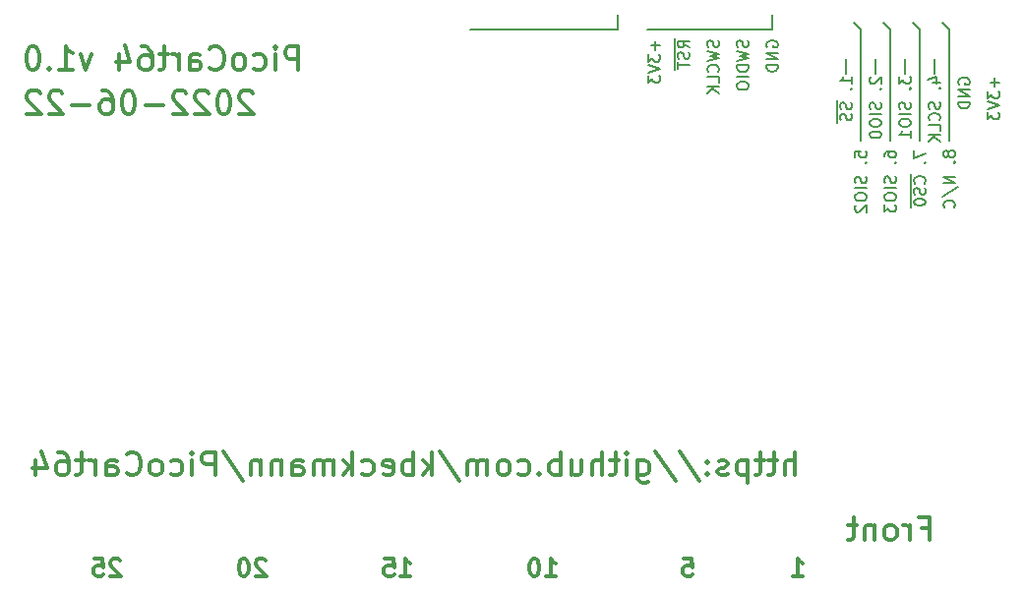
<source format=gbo>
G04 #@! TF.GenerationSoftware,KiCad,Pcbnew,(6.0.5)*
G04 #@! TF.CreationDate,2022-06-22T00:44:10+02:00*
G04 #@! TF.ProjectId,picocart64_v1,7069636f-6361-4727-9436-345f76312e6b,rev?*
G04 #@! TF.SameCoordinates,Original*
G04 #@! TF.FileFunction,Legend,Bot*
G04 #@! TF.FilePolarity,Positive*
%FSLAX46Y46*%
G04 Gerber Fmt 4.6, Leading zero omitted, Abs format (unit mm)*
G04 Created by KiCad (PCBNEW (6.0.5)) date 2022-06-22 00:44:10*
%MOMM*%
%LPD*%
G01*
G04 APERTURE LIST*
%ADD10C,0.150000*%
%ADD11C,0.300000*%
G04 APERTURE END LIST*
D10*
X164465000Y-64135000D02*
X164465000Y-62865000D01*
X163195000Y-64135000D02*
X164465000Y-64135000D01*
X177800000Y-64135000D02*
X177800000Y-62865000D01*
X167005000Y-64135000D02*
X177800000Y-64135000D01*
X151765000Y-64135000D02*
X163195000Y-64135000D01*
X191770000Y-67945000D02*
X191770000Y-66675000D01*
X190500000Y-64135000D02*
X189865000Y-63500000D01*
X189230000Y-67945000D02*
X189230000Y-66675000D01*
X190500000Y-73660000D02*
X190500000Y-64135000D01*
X187960000Y-64135000D02*
X187325000Y-63500000D01*
X185420000Y-64135000D02*
X184785000Y-63500000D01*
X193040000Y-73660000D02*
X193040000Y-64135000D01*
X185420000Y-73660000D02*
X185420000Y-64135000D01*
X186690000Y-67945000D02*
X186690000Y-66675000D01*
X193040000Y-64135000D02*
X192405000Y-63500000D01*
X184150000Y-67945000D02*
X184150000Y-66675000D01*
X187960000Y-73660000D02*
X187960000Y-64135000D01*
D11*
X170142857Y-109678571D02*
X170857142Y-109678571D01*
X170928571Y-110392857D01*
X170857142Y-110321428D01*
X170714285Y-110250000D01*
X170357142Y-110250000D01*
X170214285Y-110321428D01*
X170142857Y-110392857D01*
X170071428Y-110535714D01*
X170071428Y-110892857D01*
X170142857Y-111035714D01*
X170214285Y-111107142D01*
X170357142Y-111178571D01*
X170714285Y-111178571D01*
X170857142Y-111107142D01*
X170928571Y-111035714D01*
X158285714Y-111178571D02*
X159142857Y-111178571D01*
X158714285Y-111178571D02*
X158714285Y-109678571D01*
X158857142Y-109892857D01*
X159000000Y-110035714D01*
X159142857Y-110107142D01*
X157357142Y-109678571D02*
X157214285Y-109678571D01*
X157071428Y-109750000D01*
X157000000Y-109821428D01*
X156928571Y-109964285D01*
X156857142Y-110250000D01*
X156857142Y-110607142D01*
X156928571Y-110892857D01*
X157000000Y-111035714D01*
X157071428Y-111107142D01*
X157214285Y-111178571D01*
X157357142Y-111178571D01*
X157500000Y-111107142D01*
X157571428Y-111035714D01*
X157642857Y-110892857D01*
X157714285Y-110607142D01*
X157714285Y-110250000D01*
X157642857Y-109964285D01*
X157571428Y-109821428D01*
X157500000Y-109750000D01*
X157357142Y-109678571D01*
X145785714Y-111178571D02*
X146642857Y-111178571D01*
X146214285Y-111178571D02*
X146214285Y-109678571D01*
X146357142Y-109892857D01*
X146500000Y-110035714D01*
X146642857Y-110107142D01*
X144428571Y-109678571D02*
X145142857Y-109678571D01*
X145214285Y-110392857D01*
X145142857Y-110321428D01*
X145000000Y-110250000D01*
X144642857Y-110250000D01*
X144500000Y-110321428D01*
X144428571Y-110392857D01*
X144357142Y-110535714D01*
X144357142Y-110892857D01*
X144428571Y-111035714D01*
X144500000Y-111107142D01*
X144642857Y-111178571D01*
X145000000Y-111178571D01*
X145142857Y-111107142D01*
X145214285Y-111035714D01*
X134142857Y-109821428D02*
X134071428Y-109750000D01*
X133928571Y-109678571D01*
X133571428Y-109678571D01*
X133428571Y-109750000D01*
X133357142Y-109821428D01*
X133285714Y-109964285D01*
X133285714Y-110107142D01*
X133357142Y-110321428D01*
X134214285Y-111178571D01*
X133285714Y-111178571D01*
X132357142Y-109678571D02*
X132214285Y-109678571D01*
X132071428Y-109750000D01*
X132000000Y-109821428D01*
X131928571Y-109964285D01*
X131857142Y-110250000D01*
X131857142Y-110607142D01*
X131928571Y-110892857D01*
X132000000Y-111035714D01*
X132071428Y-111107142D01*
X132214285Y-111178571D01*
X132357142Y-111178571D01*
X132500000Y-111107142D01*
X132571428Y-111035714D01*
X132642857Y-110892857D01*
X132714285Y-110607142D01*
X132714285Y-110250000D01*
X132642857Y-109964285D01*
X132571428Y-109821428D01*
X132500000Y-109750000D01*
X132357142Y-109678571D01*
X121642857Y-109821428D02*
X121571428Y-109750000D01*
X121428571Y-109678571D01*
X121071428Y-109678571D01*
X120928571Y-109750000D01*
X120857142Y-109821428D01*
X120785714Y-109964285D01*
X120785714Y-110107142D01*
X120857142Y-110321428D01*
X121714285Y-111178571D01*
X120785714Y-111178571D01*
X119428571Y-109678571D02*
X120142857Y-109678571D01*
X120214285Y-110392857D01*
X120142857Y-110321428D01*
X120000000Y-110250000D01*
X119642857Y-110250000D01*
X119500000Y-110321428D01*
X119428571Y-110392857D01*
X119357142Y-110535714D01*
X119357142Y-110892857D01*
X119428571Y-111035714D01*
X119500000Y-111107142D01*
X119642857Y-111178571D01*
X120000000Y-111178571D01*
X120142857Y-111107142D01*
X120214285Y-111035714D01*
D10*
X196921428Y-68280595D02*
X196921428Y-69042500D01*
X197302380Y-68661547D02*
X196540476Y-68661547D01*
X196302380Y-69423452D02*
X196302380Y-70042500D01*
X196683333Y-69709166D01*
X196683333Y-69852023D01*
X196730952Y-69947261D01*
X196778571Y-69994880D01*
X196873809Y-70042500D01*
X197111904Y-70042500D01*
X197207142Y-69994880D01*
X197254761Y-69947261D01*
X197302380Y-69852023D01*
X197302380Y-69566309D01*
X197254761Y-69471071D01*
X197207142Y-69423452D01*
X196302380Y-70328214D02*
X197302380Y-70661547D01*
X196302380Y-70994880D01*
X196302380Y-71232976D02*
X196302380Y-71852023D01*
X196683333Y-71518690D01*
X196683333Y-71661547D01*
X196730952Y-71756785D01*
X196778571Y-71804404D01*
X196873809Y-71852023D01*
X197111904Y-71852023D01*
X197207142Y-71804404D01*
X197254761Y-71756785D01*
X197302380Y-71661547D01*
X197302380Y-71375833D01*
X197254761Y-71280595D01*
X197207142Y-71232976D01*
X186237619Y-68211924D02*
X186190000Y-68259543D01*
X186142380Y-68354781D01*
X186142380Y-68592876D01*
X186190000Y-68688114D01*
X186237619Y-68735733D01*
X186332857Y-68783352D01*
X186428095Y-68783352D01*
X186570952Y-68735733D01*
X187142380Y-68164305D01*
X187142380Y-68783352D01*
X187047142Y-69211924D02*
X187094761Y-69259543D01*
X187142380Y-69211924D01*
X187094761Y-69164305D01*
X187047142Y-69211924D01*
X187142380Y-69211924D01*
X187094761Y-70402400D02*
X187142380Y-70545257D01*
X187142380Y-70783352D01*
X187094761Y-70878590D01*
X187047142Y-70926209D01*
X186951904Y-70973828D01*
X186856666Y-70973828D01*
X186761428Y-70926209D01*
X186713809Y-70878590D01*
X186666190Y-70783352D01*
X186618571Y-70592876D01*
X186570952Y-70497638D01*
X186523333Y-70450019D01*
X186428095Y-70402400D01*
X186332857Y-70402400D01*
X186237619Y-70450019D01*
X186190000Y-70497638D01*
X186142380Y-70592876D01*
X186142380Y-70830971D01*
X186190000Y-70973828D01*
X187142380Y-71402400D02*
X186142380Y-71402400D01*
X186142380Y-72069067D02*
X186142380Y-72259543D01*
X186190000Y-72354781D01*
X186285238Y-72450019D01*
X186475714Y-72497638D01*
X186809047Y-72497638D01*
X186999523Y-72450019D01*
X187094761Y-72354781D01*
X187142380Y-72259543D01*
X187142380Y-72069067D01*
X187094761Y-71973828D01*
X186999523Y-71878590D01*
X186809047Y-71830971D01*
X186475714Y-71830971D01*
X186285238Y-71878590D01*
X186190000Y-71973828D01*
X186142380Y-72069067D01*
X186142380Y-73116686D02*
X186142380Y-73211924D01*
X186190000Y-73307162D01*
X186237619Y-73354781D01*
X186332857Y-73402400D01*
X186523333Y-73450019D01*
X186761428Y-73450019D01*
X186951904Y-73402400D01*
X187047142Y-73354781D01*
X187094761Y-73307162D01*
X187142380Y-73211924D01*
X187142380Y-73116686D01*
X187094761Y-73021448D01*
X187047142Y-72973828D01*
X186951904Y-72926209D01*
X186761428Y-72878590D01*
X186523333Y-72878590D01*
X186332857Y-72926209D01*
X186237619Y-72973828D01*
X186190000Y-73021448D01*
X186142380Y-73116686D01*
X173124761Y-65057976D02*
X173172380Y-65200833D01*
X173172380Y-65438928D01*
X173124761Y-65534166D01*
X173077142Y-65581785D01*
X172981904Y-65629404D01*
X172886666Y-65629404D01*
X172791428Y-65581785D01*
X172743809Y-65534166D01*
X172696190Y-65438928D01*
X172648571Y-65248452D01*
X172600952Y-65153214D01*
X172553333Y-65105595D01*
X172458095Y-65057976D01*
X172362857Y-65057976D01*
X172267619Y-65105595D01*
X172220000Y-65153214D01*
X172172380Y-65248452D01*
X172172380Y-65486547D01*
X172220000Y-65629404D01*
X172172380Y-65962738D02*
X173172380Y-66200833D01*
X172458095Y-66391309D01*
X173172380Y-66581785D01*
X172172380Y-66819880D01*
X173077142Y-67772261D02*
X173124761Y-67724642D01*
X173172380Y-67581785D01*
X173172380Y-67486547D01*
X173124761Y-67343690D01*
X173029523Y-67248452D01*
X172934285Y-67200833D01*
X172743809Y-67153214D01*
X172600952Y-67153214D01*
X172410476Y-67200833D01*
X172315238Y-67248452D01*
X172220000Y-67343690D01*
X172172380Y-67486547D01*
X172172380Y-67581785D01*
X172220000Y-67724642D01*
X172267619Y-67772261D01*
X173172380Y-68677023D02*
X173172380Y-68200833D01*
X172172380Y-68200833D01*
X173172380Y-69010357D02*
X172172380Y-69010357D01*
X173172380Y-69581785D02*
X172600952Y-69153214D01*
X172172380Y-69581785D02*
X172743809Y-69010357D01*
X191555714Y-68647717D02*
X192222380Y-68647717D01*
X191174761Y-68409622D02*
X191889047Y-68171527D01*
X191889047Y-68790574D01*
X192127142Y-69171527D02*
X192174761Y-69219146D01*
X192222380Y-69171527D01*
X192174761Y-69123908D01*
X192127142Y-69171527D01*
X192222380Y-69171527D01*
X192174761Y-70362003D02*
X192222380Y-70504860D01*
X192222380Y-70742955D01*
X192174761Y-70838193D01*
X192127142Y-70885812D01*
X192031904Y-70933431D01*
X191936666Y-70933431D01*
X191841428Y-70885812D01*
X191793809Y-70838193D01*
X191746190Y-70742955D01*
X191698571Y-70552479D01*
X191650952Y-70457241D01*
X191603333Y-70409622D01*
X191508095Y-70362003D01*
X191412857Y-70362003D01*
X191317619Y-70409622D01*
X191270000Y-70457241D01*
X191222380Y-70552479D01*
X191222380Y-70790574D01*
X191270000Y-70933431D01*
X192127142Y-71933431D02*
X192174761Y-71885812D01*
X192222380Y-71742955D01*
X192222380Y-71647717D01*
X192174761Y-71504860D01*
X192079523Y-71409622D01*
X191984285Y-71362003D01*
X191793809Y-71314384D01*
X191650952Y-71314384D01*
X191460476Y-71362003D01*
X191365238Y-71409622D01*
X191270000Y-71504860D01*
X191222380Y-71647717D01*
X191222380Y-71742955D01*
X191270000Y-71885812D01*
X191317619Y-71933431D01*
X192222380Y-72838193D02*
X192222380Y-72362003D01*
X191222380Y-72362003D01*
X192222380Y-73171527D02*
X191222380Y-73171527D01*
X192222380Y-73742955D02*
X191650952Y-73314384D01*
X191222380Y-73742955D02*
X191793809Y-73171527D01*
X177300000Y-65629404D02*
X177252380Y-65534166D01*
X177252380Y-65391309D01*
X177300000Y-65248452D01*
X177395238Y-65153214D01*
X177490476Y-65105595D01*
X177680952Y-65057976D01*
X177823809Y-65057976D01*
X178014285Y-65105595D01*
X178109523Y-65153214D01*
X178204761Y-65248452D01*
X178252380Y-65391309D01*
X178252380Y-65486547D01*
X178204761Y-65629404D01*
X178157142Y-65677023D01*
X177823809Y-65677023D01*
X177823809Y-65486547D01*
X178252380Y-66105595D02*
X177252380Y-66105595D01*
X178252380Y-66677023D01*
X177252380Y-66677023D01*
X178252380Y-67153214D02*
X177252380Y-67153214D01*
X177252380Y-67391309D01*
X177300000Y-67534166D01*
X177395238Y-67629404D01*
X177490476Y-67677023D01*
X177680952Y-67724642D01*
X177823809Y-67724642D01*
X178014285Y-67677023D01*
X178109523Y-67629404D01*
X178204761Y-67534166D01*
X178252380Y-67391309D01*
X178252380Y-67153214D01*
X193810000Y-68821237D02*
X193762380Y-68725999D01*
X193762380Y-68583142D01*
X193810000Y-68440285D01*
X193905238Y-68345047D01*
X194000476Y-68297428D01*
X194190952Y-68249809D01*
X194333809Y-68249809D01*
X194524285Y-68297428D01*
X194619523Y-68345047D01*
X194714761Y-68440285D01*
X194762380Y-68583142D01*
X194762380Y-68678380D01*
X194714761Y-68821237D01*
X194667142Y-68868856D01*
X194333809Y-68868856D01*
X194333809Y-68678380D01*
X194762380Y-69297428D02*
X193762380Y-69297428D01*
X194762380Y-69868856D01*
X193762380Y-69868856D01*
X194762380Y-70345047D02*
X193762380Y-70345047D01*
X193762380Y-70583142D01*
X193810000Y-70725999D01*
X193905238Y-70821237D01*
X194000476Y-70868856D01*
X194190952Y-70916475D01*
X194333809Y-70916475D01*
X194524285Y-70868856D01*
X194619523Y-70821237D01*
X194714761Y-70725999D01*
X194762380Y-70583142D01*
X194762380Y-70345047D01*
X188682380Y-68144106D02*
X188682380Y-68763153D01*
X189063333Y-68429820D01*
X189063333Y-68572677D01*
X189110952Y-68667915D01*
X189158571Y-68715534D01*
X189253809Y-68763153D01*
X189491904Y-68763153D01*
X189587142Y-68715534D01*
X189634761Y-68667915D01*
X189682380Y-68572677D01*
X189682380Y-68286963D01*
X189634761Y-68191725D01*
X189587142Y-68144106D01*
X189587142Y-69191725D02*
X189634761Y-69239344D01*
X189682380Y-69191725D01*
X189634761Y-69144106D01*
X189587142Y-69191725D01*
X189682380Y-69191725D01*
X189634761Y-70382201D02*
X189682380Y-70525058D01*
X189682380Y-70763153D01*
X189634761Y-70858391D01*
X189587142Y-70906010D01*
X189491904Y-70953629D01*
X189396666Y-70953629D01*
X189301428Y-70906010D01*
X189253809Y-70858391D01*
X189206190Y-70763153D01*
X189158571Y-70572677D01*
X189110952Y-70477439D01*
X189063333Y-70429820D01*
X188968095Y-70382201D01*
X188872857Y-70382201D01*
X188777619Y-70429820D01*
X188730000Y-70477439D01*
X188682380Y-70572677D01*
X188682380Y-70810772D01*
X188730000Y-70953629D01*
X189682380Y-71382201D02*
X188682380Y-71382201D01*
X188682380Y-72048868D02*
X188682380Y-72239344D01*
X188730000Y-72334582D01*
X188825238Y-72429820D01*
X189015714Y-72477439D01*
X189349047Y-72477439D01*
X189539523Y-72429820D01*
X189634761Y-72334582D01*
X189682380Y-72239344D01*
X189682380Y-72048868D01*
X189634761Y-71953629D01*
X189539523Y-71858391D01*
X189349047Y-71810772D01*
X189015714Y-71810772D01*
X188825238Y-71858391D01*
X188730000Y-71953629D01*
X188682380Y-72048868D01*
X189682380Y-73429820D02*
X189682380Y-72858391D01*
X189682380Y-73144106D02*
X188682380Y-73144106D01*
X188825238Y-73048868D01*
X188920476Y-72953629D01*
X188968095Y-72858391D01*
X187412380Y-75054946D02*
X187412380Y-74864470D01*
X187460000Y-74769232D01*
X187507619Y-74721613D01*
X187650476Y-74626375D01*
X187840952Y-74578756D01*
X188221904Y-74578756D01*
X188317142Y-74626375D01*
X188364761Y-74673994D01*
X188412380Y-74769232D01*
X188412380Y-74959708D01*
X188364761Y-75054946D01*
X188317142Y-75102565D01*
X188221904Y-75150184D01*
X187983809Y-75150184D01*
X187888571Y-75102565D01*
X187840952Y-75054946D01*
X187793333Y-74959708D01*
X187793333Y-74769232D01*
X187840952Y-74673994D01*
X187888571Y-74626375D01*
X187983809Y-74578756D01*
X188317142Y-75578756D02*
X188364761Y-75626375D01*
X188412380Y-75578756D01*
X188364761Y-75531137D01*
X188317142Y-75578756D01*
X188412380Y-75578756D01*
X188364761Y-76769232D02*
X188412380Y-76912089D01*
X188412380Y-77150184D01*
X188364761Y-77245422D01*
X188317142Y-77293041D01*
X188221904Y-77340660D01*
X188126666Y-77340660D01*
X188031428Y-77293041D01*
X187983809Y-77245422D01*
X187936190Y-77150184D01*
X187888571Y-76959708D01*
X187840952Y-76864470D01*
X187793333Y-76816851D01*
X187698095Y-76769232D01*
X187602857Y-76769232D01*
X187507619Y-76816851D01*
X187460000Y-76864470D01*
X187412380Y-76959708D01*
X187412380Y-77197803D01*
X187460000Y-77340660D01*
X188412380Y-77769232D02*
X187412380Y-77769232D01*
X187412380Y-78435899D02*
X187412380Y-78626375D01*
X187460000Y-78721613D01*
X187555238Y-78816851D01*
X187745714Y-78864470D01*
X188079047Y-78864470D01*
X188269523Y-78816851D01*
X188364761Y-78721613D01*
X188412380Y-78626375D01*
X188412380Y-78435899D01*
X188364761Y-78340660D01*
X188269523Y-78245422D01*
X188079047Y-78197803D01*
X187745714Y-78197803D01*
X187555238Y-78245422D01*
X187460000Y-78340660D01*
X187412380Y-78435899D01*
X187412380Y-79197803D02*
X187412380Y-79816851D01*
X187793333Y-79483518D01*
X187793333Y-79626375D01*
X187840952Y-79721613D01*
X187888571Y-79769232D01*
X187983809Y-79816851D01*
X188221904Y-79816851D01*
X188317142Y-79769232D01*
X188364761Y-79721613D01*
X188412380Y-79626375D01*
X188412380Y-79340660D01*
X188364761Y-79245422D01*
X188317142Y-79197803D01*
X189952380Y-74510938D02*
X189952380Y-75177604D01*
X190952380Y-74749033D01*
X190857142Y-75558557D02*
X190904761Y-75606176D01*
X190952380Y-75558557D01*
X190904761Y-75510938D01*
X190857142Y-75558557D01*
X190952380Y-75558557D01*
X189670000Y-76558557D02*
X189670000Y-77558557D01*
X190857142Y-77368081D02*
X190904761Y-77320461D01*
X190952380Y-77177604D01*
X190952380Y-77082366D01*
X190904761Y-76939509D01*
X190809523Y-76844271D01*
X190714285Y-76796652D01*
X190523809Y-76749033D01*
X190380952Y-76749033D01*
X190190476Y-76796652D01*
X190095238Y-76844271D01*
X190000000Y-76939509D01*
X189952380Y-77082366D01*
X189952380Y-77177604D01*
X190000000Y-77320461D01*
X190047619Y-77368081D01*
X189670000Y-77558557D02*
X189670000Y-78510938D01*
X190904761Y-77749033D02*
X190952380Y-77891890D01*
X190952380Y-78129985D01*
X190904761Y-78225223D01*
X190857142Y-78272842D01*
X190761904Y-78320461D01*
X190666666Y-78320461D01*
X190571428Y-78272842D01*
X190523809Y-78225223D01*
X190476190Y-78129985D01*
X190428571Y-77939509D01*
X190380952Y-77844271D01*
X190333333Y-77796652D01*
X190238095Y-77749033D01*
X190142857Y-77749033D01*
X190047619Y-77796652D01*
X190000000Y-77844271D01*
X189952380Y-77939509D01*
X189952380Y-78177604D01*
X190000000Y-78320461D01*
X189670000Y-78510938D02*
X189670000Y-79463319D01*
X189952380Y-78939509D02*
X189952380Y-79034747D01*
X190000000Y-79129985D01*
X190047619Y-79177604D01*
X190142857Y-79225223D01*
X190333333Y-79272842D01*
X190571428Y-79272842D01*
X190761904Y-79225223D01*
X190857142Y-79177604D01*
X190904761Y-79129985D01*
X190952380Y-79034747D01*
X190952380Y-78939509D01*
X190904761Y-78844271D01*
X190857142Y-78796652D01*
X190761904Y-78749033D01*
X190571428Y-78701414D01*
X190333333Y-78701414D01*
X190142857Y-78749033D01*
X190047619Y-78796652D01*
X190000000Y-78844271D01*
X189952380Y-78939509D01*
X184872380Y-75106785D02*
X184872380Y-74630595D01*
X185348571Y-74582976D01*
X185300952Y-74630595D01*
X185253333Y-74725833D01*
X185253333Y-74963928D01*
X185300952Y-75059166D01*
X185348571Y-75106785D01*
X185443809Y-75154404D01*
X185681904Y-75154404D01*
X185777142Y-75106785D01*
X185824761Y-75059166D01*
X185872380Y-74963928D01*
X185872380Y-74725833D01*
X185824761Y-74630595D01*
X185777142Y-74582976D01*
X185777142Y-75582976D02*
X185824761Y-75630595D01*
X185872380Y-75582976D01*
X185824761Y-75535357D01*
X185777142Y-75582976D01*
X185872380Y-75582976D01*
X185824761Y-76773452D02*
X185872380Y-76916309D01*
X185872380Y-77154404D01*
X185824761Y-77249642D01*
X185777142Y-77297261D01*
X185681904Y-77344880D01*
X185586666Y-77344880D01*
X185491428Y-77297261D01*
X185443809Y-77249642D01*
X185396190Y-77154404D01*
X185348571Y-76963928D01*
X185300952Y-76868690D01*
X185253333Y-76821071D01*
X185158095Y-76773452D01*
X185062857Y-76773452D01*
X184967619Y-76821071D01*
X184920000Y-76868690D01*
X184872380Y-76963928D01*
X184872380Y-77202023D01*
X184920000Y-77344880D01*
X185872380Y-77773452D02*
X184872380Y-77773452D01*
X184872380Y-78440119D02*
X184872380Y-78630595D01*
X184920000Y-78725833D01*
X185015238Y-78821071D01*
X185205714Y-78868690D01*
X185539047Y-78868690D01*
X185729523Y-78821071D01*
X185824761Y-78725833D01*
X185872380Y-78630595D01*
X185872380Y-78440119D01*
X185824761Y-78344880D01*
X185729523Y-78249642D01*
X185539047Y-78202023D01*
X185205714Y-78202023D01*
X185015238Y-78249642D01*
X184920000Y-78344880D01*
X184872380Y-78440119D01*
X184967619Y-79249642D02*
X184920000Y-79297261D01*
X184872380Y-79392500D01*
X184872380Y-79630595D01*
X184920000Y-79725833D01*
X184967619Y-79773452D01*
X185062857Y-79821071D01*
X185158095Y-79821071D01*
X185300952Y-79773452D01*
X185872380Y-79202023D01*
X185872380Y-79821071D01*
X167711428Y-65105595D02*
X167711428Y-65867500D01*
X168092380Y-65486547D02*
X167330476Y-65486547D01*
X167092380Y-66248452D02*
X167092380Y-66867500D01*
X167473333Y-66534166D01*
X167473333Y-66677023D01*
X167520952Y-66772261D01*
X167568571Y-66819880D01*
X167663809Y-66867500D01*
X167901904Y-66867500D01*
X167997142Y-66819880D01*
X168044761Y-66772261D01*
X168092380Y-66677023D01*
X168092380Y-66391309D01*
X168044761Y-66296071D01*
X167997142Y-66248452D01*
X167092380Y-67153214D02*
X168092380Y-67486547D01*
X167092380Y-67819880D01*
X167092380Y-68057976D02*
X167092380Y-68677023D01*
X167473333Y-68343690D01*
X167473333Y-68486547D01*
X167520952Y-68581785D01*
X167568571Y-68629404D01*
X167663809Y-68677023D01*
X167901904Y-68677023D01*
X167997142Y-68629404D01*
X168044761Y-68581785D01*
X168092380Y-68486547D01*
X168092380Y-68200833D01*
X168044761Y-68105595D01*
X167997142Y-68057976D01*
X169350000Y-64867500D02*
X169350000Y-65867500D01*
X170632380Y-65677023D02*
X170156190Y-65343690D01*
X170632380Y-65105595D02*
X169632380Y-65105595D01*
X169632380Y-65486547D01*
X169680000Y-65581785D01*
X169727619Y-65629404D01*
X169822857Y-65677023D01*
X169965714Y-65677023D01*
X170060952Y-65629404D01*
X170108571Y-65581785D01*
X170156190Y-65486547D01*
X170156190Y-65105595D01*
X169350000Y-65867500D02*
X169350000Y-66819880D01*
X170584761Y-66057976D02*
X170632380Y-66200833D01*
X170632380Y-66438928D01*
X170584761Y-66534166D01*
X170537142Y-66581785D01*
X170441904Y-66629404D01*
X170346666Y-66629404D01*
X170251428Y-66581785D01*
X170203809Y-66534166D01*
X170156190Y-66438928D01*
X170108571Y-66248452D01*
X170060952Y-66153214D01*
X170013333Y-66105595D01*
X169918095Y-66057976D01*
X169822857Y-66057976D01*
X169727619Y-66105595D01*
X169680000Y-66153214D01*
X169632380Y-66248452D01*
X169632380Y-66486547D01*
X169680000Y-66629404D01*
X169350000Y-66819880D02*
X169350000Y-67581785D01*
X169632380Y-66915119D02*
X169632380Y-67486547D01*
X170632380Y-67200833D02*
X169632380Y-67200833D01*
D11*
X179571428Y-111178571D02*
X180428571Y-111178571D01*
X180000000Y-111178571D02*
X180000000Y-109678571D01*
X180142857Y-109892857D01*
X180285714Y-110035714D01*
X180428571Y-110107142D01*
D10*
X175664761Y-65057976D02*
X175712380Y-65200833D01*
X175712380Y-65438928D01*
X175664761Y-65534166D01*
X175617142Y-65581785D01*
X175521904Y-65629404D01*
X175426666Y-65629404D01*
X175331428Y-65581785D01*
X175283809Y-65534166D01*
X175236190Y-65438928D01*
X175188571Y-65248452D01*
X175140952Y-65153214D01*
X175093333Y-65105595D01*
X174998095Y-65057976D01*
X174902857Y-65057976D01*
X174807619Y-65105595D01*
X174760000Y-65153214D01*
X174712380Y-65248452D01*
X174712380Y-65486547D01*
X174760000Y-65629404D01*
X174712380Y-65962738D02*
X175712380Y-66200833D01*
X174998095Y-66391309D01*
X175712380Y-66581785D01*
X174712380Y-66819880D01*
X175712380Y-67200833D02*
X174712380Y-67200833D01*
X174712380Y-67438928D01*
X174760000Y-67581785D01*
X174855238Y-67677023D01*
X174950476Y-67724642D01*
X175140952Y-67772261D01*
X175283809Y-67772261D01*
X175474285Y-67724642D01*
X175569523Y-67677023D01*
X175664761Y-67581785D01*
X175712380Y-67438928D01*
X175712380Y-67200833D01*
X175712380Y-68200833D02*
X174712380Y-68200833D01*
X174712380Y-68867500D02*
X174712380Y-69057976D01*
X174760000Y-69153214D01*
X174855238Y-69248452D01*
X175045714Y-69296071D01*
X175379047Y-69296071D01*
X175569523Y-69248452D01*
X175664761Y-69153214D01*
X175712380Y-69057976D01*
X175712380Y-68867500D01*
X175664761Y-68772261D01*
X175569523Y-68677023D01*
X175379047Y-68629404D01*
X175045714Y-68629404D01*
X174855238Y-68677023D01*
X174760000Y-68772261D01*
X174712380Y-68867500D01*
X184602380Y-68787572D02*
X184602380Y-68216144D01*
X184602380Y-68501858D02*
X183602380Y-68501858D01*
X183745238Y-68406620D01*
X183840476Y-68311382D01*
X183888095Y-68216144D01*
X184507142Y-69216144D02*
X184554761Y-69263763D01*
X184602380Y-69216144D01*
X184554761Y-69168525D01*
X184507142Y-69216144D01*
X184602380Y-69216144D01*
X183320000Y-70216144D02*
X183320000Y-71168525D01*
X184554761Y-70406620D02*
X184602380Y-70549477D01*
X184602380Y-70787572D01*
X184554761Y-70882810D01*
X184507142Y-70930429D01*
X184411904Y-70978048D01*
X184316666Y-70978048D01*
X184221428Y-70930429D01*
X184173809Y-70882810D01*
X184126190Y-70787572D01*
X184078571Y-70597096D01*
X184030952Y-70501858D01*
X183983333Y-70454239D01*
X183888095Y-70406620D01*
X183792857Y-70406620D01*
X183697619Y-70454239D01*
X183650000Y-70501858D01*
X183602380Y-70597096D01*
X183602380Y-70835191D01*
X183650000Y-70978048D01*
X183320000Y-71168525D02*
X183320000Y-72120906D01*
X184554761Y-71359001D02*
X184602380Y-71501858D01*
X184602380Y-71739953D01*
X184554761Y-71835191D01*
X184507142Y-71882810D01*
X184411904Y-71930429D01*
X184316666Y-71930429D01*
X184221428Y-71882810D01*
X184173809Y-71835191D01*
X184126190Y-71739953D01*
X184078571Y-71549477D01*
X184030952Y-71454239D01*
X183983333Y-71406620D01*
X183888095Y-71359001D01*
X183792857Y-71359001D01*
X183697619Y-71406620D01*
X183650000Y-71454239D01*
X183602380Y-71549477D01*
X183602380Y-71787572D01*
X183650000Y-71930429D01*
X192920952Y-74728835D02*
X192873333Y-74633597D01*
X192825714Y-74585978D01*
X192730476Y-74538359D01*
X192682857Y-74538359D01*
X192587619Y-74585978D01*
X192540000Y-74633597D01*
X192492380Y-74728835D01*
X192492380Y-74919311D01*
X192540000Y-75014549D01*
X192587619Y-75062168D01*
X192682857Y-75109787D01*
X192730476Y-75109787D01*
X192825714Y-75062168D01*
X192873333Y-75014549D01*
X192920952Y-74919311D01*
X192920952Y-74728835D01*
X192968571Y-74633597D01*
X193016190Y-74585978D01*
X193111428Y-74538359D01*
X193301904Y-74538359D01*
X193397142Y-74585978D01*
X193444761Y-74633597D01*
X193492380Y-74728835D01*
X193492380Y-74919311D01*
X193444761Y-75014549D01*
X193397142Y-75062168D01*
X193301904Y-75109787D01*
X193111428Y-75109787D01*
X193016190Y-75062168D01*
X192968571Y-75014549D01*
X192920952Y-74919311D01*
X193397142Y-75538359D02*
X193444761Y-75585978D01*
X193492380Y-75538359D01*
X193444761Y-75490740D01*
X193397142Y-75538359D01*
X193492380Y-75538359D01*
X193492380Y-76776454D02*
X192492380Y-76776454D01*
X193492380Y-77347883D01*
X192492380Y-77347883D01*
X192444761Y-78538359D02*
X193730476Y-77681216D01*
X193397142Y-79443121D02*
X193444761Y-79395502D01*
X193492380Y-79252644D01*
X193492380Y-79157406D01*
X193444761Y-79014549D01*
X193349523Y-78919311D01*
X193254285Y-78871692D01*
X193063809Y-78824073D01*
X192920952Y-78824073D01*
X192730476Y-78871692D01*
X192635238Y-78919311D01*
X192540000Y-79014549D01*
X192492380Y-79157406D01*
X192492380Y-79252644D01*
X192540000Y-79395502D01*
X192587619Y-79443121D01*
D11*
X190674285Y-107045142D02*
X191340952Y-107045142D01*
X191340952Y-108092761D02*
X191340952Y-106092761D01*
X190388571Y-106092761D01*
X189626666Y-108092761D02*
X189626666Y-106759428D01*
X189626666Y-107140380D02*
X189531428Y-106949904D01*
X189436190Y-106854666D01*
X189245714Y-106759428D01*
X189055238Y-106759428D01*
X188102857Y-108092761D02*
X188293333Y-107997523D01*
X188388571Y-107902285D01*
X188483809Y-107711809D01*
X188483809Y-107140380D01*
X188388571Y-106949904D01*
X188293333Y-106854666D01*
X188102857Y-106759428D01*
X187817142Y-106759428D01*
X187626666Y-106854666D01*
X187531428Y-106949904D01*
X187436190Y-107140380D01*
X187436190Y-107711809D01*
X187531428Y-107902285D01*
X187626666Y-107997523D01*
X187817142Y-108092761D01*
X188102857Y-108092761D01*
X186579047Y-106759428D02*
X186579047Y-108092761D01*
X186579047Y-106949904D02*
X186483809Y-106854666D01*
X186293333Y-106759428D01*
X186007619Y-106759428D01*
X185817142Y-106854666D01*
X185721904Y-107045142D01*
X185721904Y-108092761D01*
X185055238Y-106759428D02*
X184293333Y-106759428D01*
X184769523Y-106092761D02*
X184769523Y-107807047D01*
X184674285Y-107997523D01*
X184483809Y-108092761D01*
X184293333Y-108092761D01*
X179723732Y-102504761D02*
X179723732Y-100504761D01*
X178866589Y-102504761D02*
X178866589Y-101457142D01*
X178961827Y-101266666D01*
X179152303Y-101171428D01*
X179438018Y-101171428D01*
X179628494Y-101266666D01*
X179723732Y-101361904D01*
X178199923Y-101171428D02*
X177438018Y-101171428D01*
X177914208Y-100504761D02*
X177914208Y-102219047D01*
X177818970Y-102409523D01*
X177628494Y-102504761D01*
X177438018Y-102504761D01*
X177057065Y-101171428D02*
X176295161Y-101171428D01*
X176771351Y-100504761D02*
X176771351Y-102219047D01*
X176676113Y-102409523D01*
X176485637Y-102504761D01*
X176295161Y-102504761D01*
X175628494Y-101171428D02*
X175628494Y-103171428D01*
X175628494Y-101266666D02*
X175438018Y-101171428D01*
X175057065Y-101171428D01*
X174866589Y-101266666D01*
X174771351Y-101361904D01*
X174676113Y-101552380D01*
X174676113Y-102123809D01*
X174771351Y-102314285D01*
X174866589Y-102409523D01*
X175057065Y-102504761D01*
X175438018Y-102504761D01*
X175628494Y-102409523D01*
X173914208Y-102409523D02*
X173723732Y-102504761D01*
X173342780Y-102504761D01*
X173152303Y-102409523D01*
X173057065Y-102219047D01*
X173057065Y-102123809D01*
X173152303Y-101933333D01*
X173342780Y-101838095D01*
X173628494Y-101838095D01*
X173818970Y-101742857D01*
X173914208Y-101552380D01*
X173914208Y-101457142D01*
X173818970Y-101266666D01*
X173628494Y-101171428D01*
X173342780Y-101171428D01*
X173152303Y-101266666D01*
X172199923Y-102314285D02*
X172104684Y-102409523D01*
X172199923Y-102504761D01*
X172295161Y-102409523D01*
X172199923Y-102314285D01*
X172199923Y-102504761D01*
X172199923Y-101266666D02*
X172104684Y-101361904D01*
X172199923Y-101457142D01*
X172295161Y-101361904D01*
X172199923Y-101266666D01*
X172199923Y-101457142D01*
X169818970Y-100409523D02*
X171533256Y-102980952D01*
X167723732Y-100409523D02*
X169438018Y-102980952D01*
X166199923Y-101171428D02*
X166199923Y-102790476D01*
X166295161Y-102980952D01*
X166390399Y-103076190D01*
X166580875Y-103171428D01*
X166866589Y-103171428D01*
X167057065Y-103076190D01*
X166199923Y-102409523D02*
X166390399Y-102504761D01*
X166771351Y-102504761D01*
X166961827Y-102409523D01*
X167057065Y-102314285D01*
X167152303Y-102123809D01*
X167152303Y-101552380D01*
X167057065Y-101361904D01*
X166961827Y-101266666D01*
X166771351Y-101171428D01*
X166390399Y-101171428D01*
X166199923Y-101266666D01*
X165247542Y-102504761D02*
X165247542Y-101171428D01*
X165247542Y-100504761D02*
X165342780Y-100600000D01*
X165247542Y-100695238D01*
X165152303Y-100600000D01*
X165247542Y-100504761D01*
X165247542Y-100695238D01*
X164580875Y-101171428D02*
X163818970Y-101171428D01*
X164295161Y-100504761D02*
X164295161Y-102219047D01*
X164199923Y-102409523D01*
X164009446Y-102504761D01*
X163818970Y-102504761D01*
X163152303Y-102504761D02*
X163152303Y-100504761D01*
X162295161Y-102504761D02*
X162295161Y-101457142D01*
X162390399Y-101266666D01*
X162580875Y-101171428D01*
X162866589Y-101171428D01*
X163057065Y-101266666D01*
X163152303Y-101361904D01*
X160485637Y-101171428D02*
X160485637Y-102504761D01*
X161342780Y-101171428D02*
X161342780Y-102219047D01*
X161247542Y-102409523D01*
X161057065Y-102504761D01*
X160771351Y-102504761D01*
X160580875Y-102409523D01*
X160485637Y-102314285D01*
X159533256Y-102504761D02*
X159533256Y-100504761D01*
X159533256Y-101266666D02*
X159342780Y-101171428D01*
X158961827Y-101171428D01*
X158771351Y-101266666D01*
X158676113Y-101361904D01*
X158580875Y-101552380D01*
X158580875Y-102123809D01*
X158676113Y-102314285D01*
X158771351Y-102409523D01*
X158961827Y-102504761D01*
X159342780Y-102504761D01*
X159533256Y-102409523D01*
X157723732Y-102314285D02*
X157628494Y-102409523D01*
X157723732Y-102504761D01*
X157818970Y-102409523D01*
X157723732Y-102314285D01*
X157723732Y-102504761D01*
X155914208Y-102409523D02*
X156104684Y-102504761D01*
X156485637Y-102504761D01*
X156676113Y-102409523D01*
X156771351Y-102314285D01*
X156866589Y-102123809D01*
X156866589Y-101552380D01*
X156771351Y-101361904D01*
X156676113Y-101266666D01*
X156485637Y-101171428D01*
X156104684Y-101171428D01*
X155914208Y-101266666D01*
X154771351Y-102504761D02*
X154961827Y-102409523D01*
X155057065Y-102314285D01*
X155152303Y-102123809D01*
X155152303Y-101552380D01*
X155057065Y-101361904D01*
X154961827Y-101266666D01*
X154771351Y-101171428D01*
X154485637Y-101171428D01*
X154295161Y-101266666D01*
X154199923Y-101361904D01*
X154104684Y-101552380D01*
X154104684Y-102123809D01*
X154199923Y-102314285D01*
X154295161Y-102409523D01*
X154485637Y-102504761D01*
X154771351Y-102504761D01*
X153247542Y-102504761D02*
X153247542Y-101171428D01*
X153247542Y-101361904D02*
X153152303Y-101266666D01*
X152961827Y-101171428D01*
X152676113Y-101171428D01*
X152485637Y-101266666D01*
X152390399Y-101457142D01*
X152390399Y-102504761D01*
X152390399Y-101457142D02*
X152295161Y-101266666D01*
X152104684Y-101171428D01*
X151818970Y-101171428D01*
X151628494Y-101266666D01*
X151533256Y-101457142D01*
X151533256Y-102504761D01*
X149152303Y-100409523D02*
X150866589Y-102980952D01*
X148485637Y-102504761D02*
X148485637Y-100504761D01*
X148295161Y-101742857D02*
X147723732Y-102504761D01*
X147723732Y-101171428D02*
X148485637Y-101933333D01*
X146866589Y-102504761D02*
X146866589Y-100504761D01*
X146866589Y-101266666D02*
X146676113Y-101171428D01*
X146295161Y-101171428D01*
X146104684Y-101266666D01*
X146009446Y-101361904D01*
X145914208Y-101552380D01*
X145914208Y-102123809D01*
X146009446Y-102314285D01*
X146104684Y-102409523D01*
X146295161Y-102504761D01*
X146676113Y-102504761D01*
X146866589Y-102409523D01*
X144295161Y-102409523D02*
X144485637Y-102504761D01*
X144866589Y-102504761D01*
X145057065Y-102409523D01*
X145152303Y-102219047D01*
X145152303Y-101457142D01*
X145057065Y-101266666D01*
X144866589Y-101171428D01*
X144485637Y-101171428D01*
X144295161Y-101266666D01*
X144199923Y-101457142D01*
X144199923Y-101647619D01*
X145152303Y-101838095D01*
X142485637Y-102409523D02*
X142676113Y-102504761D01*
X143057065Y-102504761D01*
X143247542Y-102409523D01*
X143342780Y-102314285D01*
X143438018Y-102123809D01*
X143438018Y-101552380D01*
X143342780Y-101361904D01*
X143247542Y-101266666D01*
X143057065Y-101171428D01*
X142676113Y-101171428D01*
X142485637Y-101266666D01*
X141628494Y-102504761D02*
X141628494Y-100504761D01*
X141438018Y-101742857D02*
X140866589Y-102504761D01*
X140866589Y-101171428D02*
X141628494Y-101933333D01*
X140009446Y-102504761D02*
X140009446Y-101171428D01*
X140009446Y-101361904D02*
X139914208Y-101266666D01*
X139723732Y-101171428D01*
X139438018Y-101171428D01*
X139247542Y-101266666D01*
X139152303Y-101457142D01*
X139152303Y-102504761D01*
X139152303Y-101457142D02*
X139057065Y-101266666D01*
X138866589Y-101171428D01*
X138580875Y-101171428D01*
X138390399Y-101266666D01*
X138295161Y-101457142D01*
X138295161Y-102504761D01*
X136485637Y-102504761D02*
X136485637Y-101457142D01*
X136580875Y-101266666D01*
X136771351Y-101171428D01*
X137152303Y-101171428D01*
X137342780Y-101266666D01*
X136485637Y-102409523D02*
X136676113Y-102504761D01*
X137152303Y-102504761D01*
X137342780Y-102409523D01*
X137438018Y-102219047D01*
X137438018Y-102028571D01*
X137342780Y-101838095D01*
X137152303Y-101742857D01*
X136676113Y-101742857D01*
X136485637Y-101647619D01*
X135533256Y-101171428D02*
X135533256Y-102504761D01*
X135533256Y-101361904D02*
X135438018Y-101266666D01*
X135247542Y-101171428D01*
X134961827Y-101171428D01*
X134771351Y-101266666D01*
X134676113Y-101457142D01*
X134676113Y-102504761D01*
X133723732Y-101171428D02*
X133723732Y-102504761D01*
X133723732Y-101361904D02*
X133628494Y-101266666D01*
X133438018Y-101171428D01*
X133152303Y-101171428D01*
X132961827Y-101266666D01*
X132866589Y-101457142D01*
X132866589Y-102504761D01*
X130485637Y-100409523D02*
X132199923Y-102980952D01*
X129818970Y-102504761D02*
X129818970Y-100504761D01*
X129057065Y-100504761D01*
X128866589Y-100600000D01*
X128771351Y-100695238D01*
X128676113Y-100885714D01*
X128676113Y-101171428D01*
X128771351Y-101361904D01*
X128866589Y-101457142D01*
X129057065Y-101552380D01*
X129818970Y-101552380D01*
X127818970Y-102504761D02*
X127818970Y-101171428D01*
X127818970Y-100504761D02*
X127914208Y-100600000D01*
X127818970Y-100695238D01*
X127723732Y-100600000D01*
X127818970Y-100504761D01*
X127818970Y-100695238D01*
X126009446Y-102409523D02*
X126199923Y-102504761D01*
X126580875Y-102504761D01*
X126771351Y-102409523D01*
X126866589Y-102314285D01*
X126961827Y-102123809D01*
X126961827Y-101552380D01*
X126866589Y-101361904D01*
X126771351Y-101266666D01*
X126580875Y-101171428D01*
X126199923Y-101171428D01*
X126009446Y-101266666D01*
X124866589Y-102504761D02*
X125057065Y-102409523D01*
X125152303Y-102314285D01*
X125247542Y-102123809D01*
X125247542Y-101552380D01*
X125152303Y-101361904D01*
X125057065Y-101266666D01*
X124866589Y-101171428D01*
X124580875Y-101171428D01*
X124390399Y-101266666D01*
X124295161Y-101361904D01*
X124199923Y-101552380D01*
X124199923Y-102123809D01*
X124295161Y-102314285D01*
X124390399Y-102409523D01*
X124580875Y-102504761D01*
X124866589Y-102504761D01*
X122199923Y-102314285D02*
X122295161Y-102409523D01*
X122580875Y-102504761D01*
X122771351Y-102504761D01*
X123057065Y-102409523D01*
X123247542Y-102219047D01*
X123342780Y-102028571D01*
X123438018Y-101647619D01*
X123438018Y-101361904D01*
X123342780Y-100980952D01*
X123247542Y-100790476D01*
X123057065Y-100600000D01*
X122771351Y-100504761D01*
X122580875Y-100504761D01*
X122295161Y-100600000D01*
X122199923Y-100695238D01*
X120485637Y-102504761D02*
X120485637Y-101457142D01*
X120580875Y-101266666D01*
X120771351Y-101171428D01*
X121152303Y-101171428D01*
X121342780Y-101266666D01*
X120485637Y-102409523D02*
X120676113Y-102504761D01*
X121152303Y-102504761D01*
X121342780Y-102409523D01*
X121438018Y-102219047D01*
X121438018Y-102028571D01*
X121342780Y-101838095D01*
X121152303Y-101742857D01*
X120676113Y-101742857D01*
X120485637Y-101647619D01*
X119533256Y-102504761D02*
X119533256Y-101171428D01*
X119533256Y-101552380D02*
X119438018Y-101361904D01*
X119342780Y-101266666D01*
X119152303Y-101171428D01*
X118961827Y-101171428D01*
X118580875Y-101171428D02*
X117818970Y-101171428D01*
X118295161Y-100504761D02*
X118295161Y-102219047D01*
X118199923Y-102409523D01*
X118009446Y-102504761D01*
X117818970Y-102504761D01*
X116295161Y-100504761D02*
X116676113Y-100504761D01*
X116866589Y-100600000D01*
X116961827Y-100695238D01*
X117152303Y-100980952D01*
X117247542Y-101361904D01*
X117247542Y-102123809D01*
X117152303Y-102314285D01*
X117057065Y-102409523D01*
X116866589Y-102504761D01*
X116485637Y-102504761D01*
X116295161Y-102409523D01*
X116199923Y-102314285D01*
X116104684Y-102123809D01*
X116104684Y-101647619D01*
X116199923Y-101457142D01*
X116295161Y-101361904D01*
X116485637Y-101266666D01*
X116866589Y-101266666D01*
X117057065Y-101361904D01*
X117152303Y-101457142D01*
X117247542Y-101647619D01*
X114390399Y-101171428D02*
X114390399Y-102504761D01*
X114866589Y-100409523D02*
X115342780Y-101838095D01*
X114104684Y-101838095D01*
X133034523Y-69580238D02*
X132939285Y-69485000D01*
X132748809Y-69389761D01*
X132272619Y-69389761D01*
X132082142Y-69485000D01*
X131986904Y-69580238D01*
X131891666Y-69770714D01*
X131891666Y-69961190D01*
X131986904Y-70246904D01*
X133129761Y-71389761D01*
X131891666Y-71389761D01*
X130653571Y-69389761D02*
X130463095Y-69389761D01*
X130272619Y-69485000D01*
X130177380Y-69580238D01*
X130082142Y-69770714D01*
X129986904Y-70151666D01*
X129986904Y-70627857D01*
X130082142Y-71008809D01*
X130177380Y-71199285D01*
X130272619Y-71294523D01*
X130463095Y-71389761D01*
X130653571Y-71389761D01*
X130844047Y-71294523D01*
X130939285Y-71199285D01*
X131034523Y-71008809D01*
X131129761Y-70627857D01*
X131129761Y-70151666D01*
X131034523Y-69770714D01*
X130939285Y-69580238D01*
X130844047Y-69485000D01*
X130653571Y-69389761D01*
X129225000Y-69580238D02*
X129129761Y-69485000D01*
X128939285Y-69389761D01*
X128463095Y-69389761D01*
X128272619Y-69485000D01*
X128177380Y-69580238D01*
X128082142Y-69770714D01*
X128082142Y-69961190D01*
X128177380Y-70246904D01*
X129320238Y-71389761D01*
X128082142Y-71389761D01*
X127320238Y-69580238D02*
X127225000Y-69485000D01*
X127034523Y-69389761D01*
X126558333Y-69389761D01*
X126367857Y-69485000D01*
X126272619Y-69580238D01*
X126177380Y-69770714D01*
X126177380Y-69961190D01*
X126272619Y-70246904D01*
X127415476Y-71389761D01*
X126177380Y-71389761D01*
X125320238Y-70627857D02*
X123796428Y-70627857D01*
X122463095Y-69389761D02*
X122272619Y-69389761D01*
X122082142Y-69485000D01*
X121986904Y-69580238D01*
X121891666Y-69770714D01*
X121796428Y-70151666D01*
X121796428Y-70627857D01*
X121891666Y-71008809D01*
X121986904Y-71199285D01*
X122082142Y-71294523D01*
X122272619Y-71389761D01*
X122463095Y-71389761D01*
X122653571Y-71294523D01*
X122748809Y-71199285D01*
X122844047Y-71008809D01*
X122939285Y-70627857D01*
X122939285Y-70151666D01*
X122844047Y-69770714D01*
X122748809Y-69580238D01*
X122653571Y-69485000D01*
X122463095Y-69389761D01*
X120082142Y-69389761D02*
X120463095Y-69389761D01*
X120653571Y-69485000D01*
X120748809Y-69580238D01*
X120939285Y-69865952D01*
X121034523Y-70246904D01*
X121034523Y-71008809D01*
X120939285Y-71199285D01*
X120844047Y-71294523D01*
X120653571Y-71389761D01*
X120272619Y-71389761D01*
X120082142Y-71294523D01*
X119986904Y-71199285D01*
X119891666Y-71008809D01*
X119891666Y-70532619D01*
X119986904Y-70342142D01*
X120082142Y-70246904D01*
X120272619Y-70151666D01*
X120653571Y-70151666D01*
X120844047Y-70246904D01*
X120939285Y-70342142D01*
X121034523Y-70532619D01*
X119034523Y-70627857D02*
X117510714Y-70627857D01*
X116653571Y-69580238D02*
X116558333Y-69485000D01*
X116367857Y-69389761D01*
X115891666Y-69389761D01*
X115701190Y-69485000D01*
X115605952Y-69580238D01*
X115510714Y-69770714D01*
X115510714Y-69961190D01*
X115605952Y-70246904D01*
X116748809Y-71389761D01*
X115510714Y-71389761D01*
X114748809Y-69580238D02*
X114653571Y-69485000D01*
X114463095Y-69389761D01*
X113986904Y-69389761D01*
X113796428Y-69485000D01*
X113701190Y-69580238D01*
X113605952Y-69770714D01*
X113605952Y-69961190D01*
X113701190Y-70246904D01*
X114844047Y-71389761D01*
X113605952Y-71389761D01*
X136979600Y-67579761D02*
X136979600Y-65579761D01*
X136217696Y-65579761D01*
X136027219Y-65675000D01*
X135931981Y-65770238D01*
X135836743Y-65960714D01*
X135836743Y-66246428D01*
X135931981Y-66436904D01*
X136027219Y-66532142D01*
X136217696Y-66627380D01*
X136979600Y-66627380D01*
X134979600Y-67579761D02*
X134979600Y-66246428D01*
X134979600Y-65579761D02*
X135074838Y-65675000D01*
X134979600Y-65770238D01*
X134884362Y-65675000D01*
X134979600Y-65579761D01*
X134979600Y-65770238D01*
X133170077Y-67484523D02*
X133360553Y-67579761D01*
X133741505Y-67579761D01*
X133931981Y-67484523D01*
X134027219Y-67389285D01*
X134122457Y-67198809D01*
X134122457Y-66627380D01*
X134027219Y-66436904D01*
X133931981Y-66341666D01*
X133741505Y-66246428D01*
X133360553Y-66246428D01*
X133170077Y-66341666D01*
X132027219Y-67579761D02*
X132217696Y-67484523D01*
X132312934Y-67389285D01*
X132408172Y-67198809D01*
X132408172Y-66627380D01*
X132312934Y-66436904D01*
X132217696Y-66341666D01*
X132027219Y-66246428D01*
X131741505Y-66246428D01*
X131551029Y-66341666D01*
X131455791Y-66436904D01*
X131360553Y-66627380D01*
X131360553Y-67198809D01*
X131455791Y-67389285D01*
X131551029Y-67484523D01*
X131741505Y-67579761D01*
X132027219Y-67579761D01*
X129360553Y-67389285D02*
X129455791Y-67484523D01*
X129741505Y-67579761D01*
X129931981Y-67579761D01*
X130217696Y-67484523D01*
X130408172Y-67294047D01*
X130503410Y-67103571D01*
X130598648Y-66722619D01*
X130598648Y-66436904D01*
X130503410Y-66055952D01*
X130408172Y-65865476D01*
X130217696Y-65675000D01*
X129931981Y-65579761D01*
X129741505Y-65579761D01*
X129455791Y-65675000D01*
X129360553Y-65770238D01*
X127646267Y-67579761D02*
X127646267Y-66532142D01*
X127741505Y-66341666D01*
X127931981Y-66246428D01*
X128312934Y-66246428D01*
X128503410Y-66341666D01*
X127646267Y-67484523D02*
X127836743Y-67579761D01*
X128312934Y-67579761D01*
X128503410Y-67484523D01*
X128598648Y-67294047D01*
X128598648Y-67103571D01*
X128503410Y-66913095D01*
X128312934Y-66817857D01*
X127836743Y-66817857D01*
X127646267Y-66722619D01*
X126693886Y-67579761D02*
X126693886Y-66246428D01*
X126693886Y-66627380D02*
X126598648Y-66436904D01*
X126503410Y-66341666D01*
X126312934Y-66246428D01*
X126122457Y-66246428D01*
X125741505Y-66246428D02*
X124979600Y-66246428D01*
X125455791Y-65579761D02*
X125455791Y-67294047D01*
X125360553Y-67484523D01*
X125170077Y-67579761D01*
X124979600Y-67579761D01*
X123455791Y-65579761D02*
X123836743Y-65579761D01*
X124027219Y-65675000D01*
X124122457Y-65770238D01*
X124312934Y-66055952D01*
X124408172Y-66436904D01*
X124408172Y-67198809D01*
X124312934Y-67389285D01*
X124217696Y-67484523D01*
X124027219Y-67579761D01*
X123646267Y-67579761D01*
X123455791Y-67484523D01*
X123360553Y-67389285D01*
X123265315Y-67198809D01*
X123265315Y-66722619D01*
X123360553Y-66532142D01*
X123455791Y-66436904D01*
X123646267Y-66341666D01*
X124027219Y-66341666D01*
X124217696Y-66436904D01*
X124312934Y-66532142D01*
X124408172Y-66722619D01*
X121551029Y-66246428D02*
X121551029Y-67579761D01*
X122027219Y-65484523D02*
X122503410Y-66913095D01*
X121265315Y-66913095D01*
X119170077Y-66246428D02*
X118693886Y-67579761D01*
X118217696Y-66246428D01*
X116408172Y-67579761D02*
X117551029Y-67579761D01*
X116979600Y-67579761D02*
X116979600Y-65579761D01*
X117170077Y-65865476D01*
X117360553Y-66055952D01*
X117551029Y-66151190D01*
X115551029Y-67389285D02*
X115455791Y-67484523D01*
X115551029Y-67579761D01*
X115646267Y-67484523D01*
X115551029Y-67389285D01*
X115551029Y-67579761D01*
X114217696Y-65579761D02*
X114027219Y-65579761D01*
X113836743Y-65675000D01*
X113741505Y-65770238D01*
X113646267Y-65960714D01*
X113551029Y-66341666D01*
X113551029Y-66817857D01*
X113646267Y-67198809D01*
X113741505Y-67389285D01*
X113836743Y-67484523D01*
X114027219Y-67579761D01*
X114217696Y-67579761D01*
X114408172Y-67484523D01*
X114503410Y-67389285D01*
X114598648Y-67198809D01*
X114693886Y-66817857D01*
X114693886Y-66341666D01*
X114598648Y-65960714D01*
X114503410Y-65770238D01*
X114408172Y-65675000D01*
X114217696Y-65579761D01*
M02*

</source>
